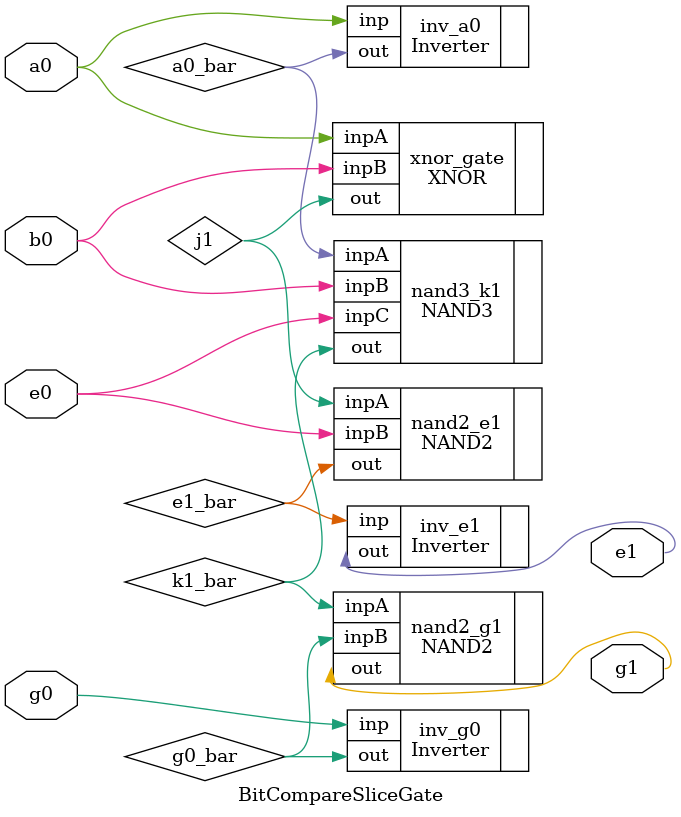
<source format=v>
`timescale 1ns/1ns
module BitCompareSliceGate( input a0, b0, e0, g0, output e1, g1);
	
	wire j1;
	
	//j1 
	XNOR xnor_gate( .inpA(a0), .inpB(b0), .out(j1) );
	
	//e1
	wire e1_bar;
	NAND2 nand2_e1( .inpA(j1), .inpB(e0), .out(e1_bar) );

	Inverter inv_e1( .inp(e1_bar), .out(e1) );

	//k1
	wire k1_bar;
	
	wire a0_bar;
	Inverter inv_a0( .inp(a0), .out(a0_bar) );

	NAND3 nand3_k1( .inpA(a0_bar), .inpB(b0), .inpC(e0), .out(k1_bar) );
	
	//g1
	wire g0_bar;
	Inverter inv_g0( .inp(g0), .out(g0_bar) );

	NAND2 nand2_g1( .inpA(k1_bar), .inpB(g0_bar), .out(g1) );
endmodule
</source>
